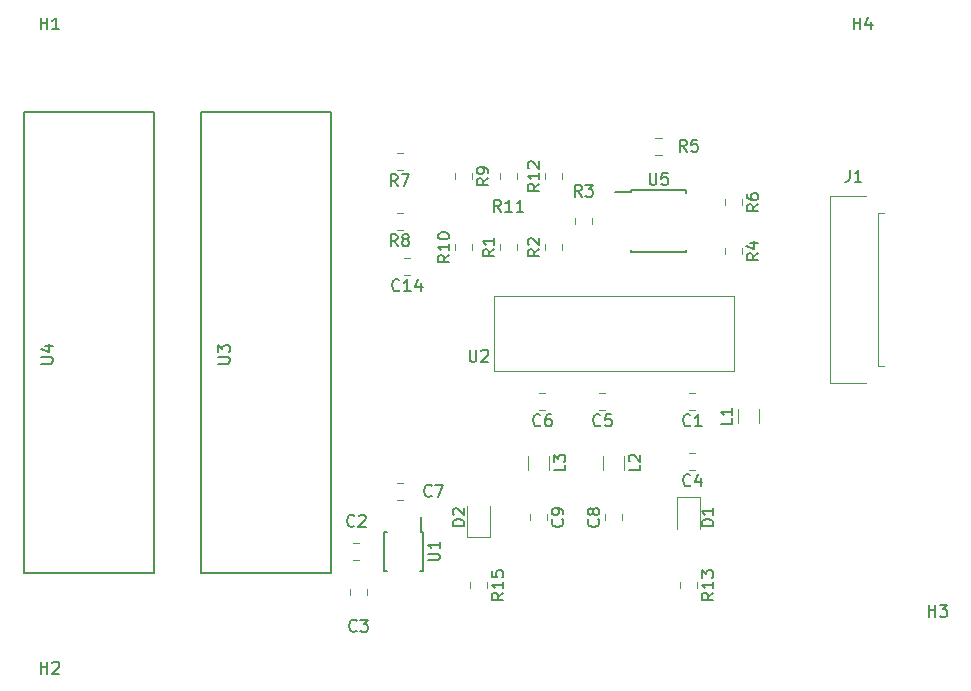
<source format=gbr>
G04 #@! TF.GenerationSoftware,KiCad,Pcbnew,5.1.4-e60b266~84~ubuntu19.04.1*
G04 #@! TF.CreationDate,2019-10-12T12:41:06-05:00*
G04 #@! TF.ProjectId,current sensor board,63757272-656e-4742-9073-656e736f7220,rev?*
G04 #@! TF.SameCoordinates,Original*
G04 #@! TF.FileFunction,Legend,Top*
G04 #@! TF.FilePolarity,Positive*
%FSLAX46Y46*%
G04 Gerber Fmt 4.6, Leading zero omitted, Abs format (unit mm)*
G04 Created by KiCad (PCBNEW 5.1.4-e60b266~84~ubuntu19.04.1) date 2019-10-12 12:41:06*
%MOMM*%
%LPD*%
G04 APERTURE LIST*
%ADD10C,0.150000*%
%ADD11C,0.120000*%
G04 APERTURE END LIST*
D10*
X117245000Y-101195000D02*
X117070000Y-101195000D01*
X117245000Y-104545000D02*
X116995000Y-104545000D01*
X113895000Y-104545000D02*
X114145000Y-104545000D01*
X113895000Y-101195000D02*
X114145000Y-101195000D01*
X117245000Y-101195000D02*
X117245000Y-104545000D01*
X113895000Y-101195000D02*
X113895000Y-104545000D01*
X117070000Y-101195000D02*
X117070000Y-99945000D01*
D11*
X123190000Y-87630000D02*
X123190000Y-81280000D01*
X123190000Y-81280000D02*
X143510000Y-81280000D01*
X143510000Y-81280000D02*
X143510000Y-87630000D01*
X143510000Y-87630000D02*
X123190000Y-87630000D01*
X140291078Y-90880000D02*
X139773922Y-90880000D01*
X140291078Y-89460000D02*
X139773922Y-89460000D01*
X111843078Y-102160000D02*
X111325922Y-102160000D01*
X111843078Y-103580000D02*
X111325922Y-103580000D01*
X111050000Y-106088922D02*
X111050000Y-106606078D01*
X112470000Y-106088922D02*
X112470000Y-106606078D01*
X140291078Y-95960000D02*
X139773922Y-95960000D01*
X140291078Y-94540000D02*
X139773922Y-94540000D01*
X132671078Y-90880000D02*
X132153922Y-90880000D01*
X132671078Y-89460000D02*
X132153922Y-89460000D01*
X127591078Y-89460000D02*
X127073922Y-89460000D01*
X127591078Y-90880000D02*
X127073922Y-90880000D01*
X115496078Y-98500000D02*
X114978922Y-98500000D01*
X115496078Y-97080000D02*
X114978922Y-97080000D01*
X134060000Y-100256078D02*
X134060000Y-99738922D01*
X132640000Y-100256078D02*
X132640000Y-99738922D01*
X126290000Y-99738922D02*
X126290000Y-100256078D01*
X127710000Y-99738922D02*
X127710000Y-100256078D01*
X116131078Y-78030000D02*
X115613922Y-78030000D01*
X116131078Y-79450000D02*
X115613922Y-79450000D01*
X138740000Y-98312500D02*
X138740000Y-100997500D01*
X140660000Y-98312500D02*
X138740000Y-98312500D01*
X140660000Y-100997500D02*
X140660000Y-98312500D01*
X120960000Y-98997500D02*
X120960000Y-101682500D01*
X120960000Y-101682500D02*
X122880000Y-101682500D01*
X122880000Y-101682500D02*
X122880000Y-98997500D01*
X156250000Y-87215000D02*
X156250000Y-87195000D01*
X155750000Y-87215000D02*
X156250000Y-87215000D01*
X155750000Y-74185000D02*
X155750000Y-87215000D01*
X156250000Y-74185000D02*
X155750000Y-74185000D01*
X156250000Y-74205000D02*
X156250000Y-74185000D01*
X151660000Y-88635000D02*
X154735000Y-88635000D01*
X151660000Y-72765000D02*
X151660000Y-88635000D01*
X154735000Y-72765000D02*
X151660000Y-72765000D01*
X145690000Y-92042064D02*
X145690000Y-90837936D01*
X143870000Y-92042064D02*
X143870000Y-90837936D01*
X132440000Y-94777936D02*
X132440000Y-95982064D01*
X134260000Y-94777936D02*
X134260000Y-95982064D01*
X127910000Y-94777936D02*
X127910000Y-95982064D01*
X126090000Y-94777936D02*
X126090000Y-95982064D01*
X123750000Y-77396078D02*
X123750000Y-76878922D01*
X125170000Y-77396078D02*
X125170000Y-76878922D01*
X128980000Y-77396078D02*
X128980000Y-76878922D01*
X127560000Y-77396078D02*
X127560000Y-76878922D01*
X130100000Y-75188578D02*
X130100000Y-74671422D01*
X131520000Y-75188578D02*
X131520000Y-74671422D01*
X144220000Y-77211422D02*
X144220000Y-77728578D01*
X142800000Y-77211422D02*
X142800000Y-77728578D01*
X137418578Y-67870000D02*
X136901422Y-67870000D01*
X137418578Y-69290000D02*
X136901422Y-69290000D01*
X142800000Y-73068922D02*
X142800000Y-73586078D01*
X144220000Y-73068922D02*
X144220000Y-73586078D01*
X115496078Y-69140000D02*
X114978922Y-69140000D01*
X115496078Y-70560000D02*
X114978922Y-70560000D01*
X115496078Y-75640000D02*
X114978922Y-75640000D01*
X115496078Y-74220000D02*
X114978922Y-74220000D01*
X121360000Y-70861422D02*
X121360000Y-71378578D01*
X119940000Y-70861422D02*
X119940000Y-71378578D01*
X121360000Y-77396078D02*
X121360000Y-76878922D01*
X119940000Y-77396078D02*
X119940000Y-76878922D01*
X125170000Y-71378578D02*
X125170000Y-70861422D01*
X123750000Y-71378578D02*
X123750000Y-70861422D01*
X127560000Y-71378578D02*
X127560000Y-70861422D01*
X128980000Y-71378578D02*
X128980000Y-70861422D01*
X138990000Y-105483922D02*
X138990000Y-106001078D01*
X140410000Y-105483922D02*
X140410000Y-106001078D01*
X122630000Y-105483922D02*
X122630000Y-106001078D01*
X121210000Y-105483922D02*
X121210000Y-106001078D01*
D10*
X109410000Y-104716000D02*
X109410000Y-65716000D01*
X98410000Y-104716000D02*
X98410000Y-65716000D01*
X109410000Y-104716000D02*
X98410000Y-104716000D01*
X109410000Y-65716000D02*
X98410000Y-65716000D01*
X94440000Y-65716000D02*
X83440000Y-65716000D01*
X94440000Y-104716000D02*
X83440000Y-104716000D01*
X83440000Y-104716000D02*
X83440000Y-65716000D01*
X94440000Y-104716000D02*
X94440000Y-65716000D01*
X134835000Y-72305000D02*
X134835000Y-72430000D01*
X139485000Y-72305000D02*
X139485000Y-72530000D01*
X139485000Y-77555000D02*
X139485000Y-77330000D01*
X134835000Y-77555000D02*
X134835000Y-77330000D01*
X134835000Y-72305000D02*
X139485000Y-72305000D01*
X134835000Y-77555000D02*
X139485000Y-77555000D01*
X134835000Y-72430000D02*
X133485000Y-72430000D01*
X153670095Y-58682380D02*
X153670095Y-57682380D01*
X153670095Y-58158571D02*
X154241523Y-58158571D01*
X154241523Y-58682380D02*
X154241523Y-57682380D01*
X155146285Y-58015714D02*
X155146285Y-58682380D01*
X154908190Y-57634761D02*
X154670095Y-58349047D01*
X155289142Y-58349047D01*
X160020095Y-108402380D02*
X160020095Y-107402380D01*
X160020095Y-107878571D02*
X160591523Y-107878571D01*
X160591523Y-108402380D02*
X160591523Y-107402380D01*
X160972476Y-107402380D02*
X161591523Y-107402380D01*
X161258190Y-107783333D01*
X161401047Y-107783333D01*
X161496285Y-107830952D01*
X161543904Y-107878571D01*
X161591523Y-107973809D01*
X161591523Y-108211904D01*
X161543904Y-108307142D01*
X161496285Y-108354761D01*
X161401047Y-108402380D01*
X161115333Y-108402380D01*
X161020095Y-108354761D01*
X160972476Y-108307142D01*
X84836095Y-113228380D02*
X84836095Y-112228380D01*
X84836095Y-112704571D02*
X85407523Y-112704571D01*
X85407523Y-113228380D02*
X85407523Y-112228380D01*
X85836095Y-112323619D02*
X85883714Y-112276000D01*
X85978952Y-112228380D01*
X86217047Y-112228380D01*
X86312285Y-112276000D01*
X86359904Y-112323619D01*
X86407523Y-112418857D01*
X86407523Y-112514095D01*
X86359904Y-112656952D01*
X85788476Y-113228380D01*
X86407523Y-113228380D01*
X84836095Y-58682380D02*
X84836095Y-57682380D01*
X84836095Y-58158571D02*
X85407523Y-58158571D01*
X85407523Y-58682380D02*
X85407523Y-57682380D01*
X86407523Y-58682380D02*
X85836095Y-58682380D01*
X86121809Y-58682380D02*
X86121809Y-57682380D01*
X86026571Y-57825238D01*
X85931333Y-57920476D01*
X85836095Y-57968095D01*
X117622380Y-103631904D02*
X118431904Y-103631904D01*
X118527142Y-103584285D01*
X118574761Y-103536666D01*
X118622380Y-103441428D01*
X118622380Y-103250952D01*
X118574761Y-103155714D01*
X118527142Y-103108095D01*
X118431904Y-103060476D01*
X117622380Y-103060476D01*
X118622380Y-102060476D02*
X118622380Y-102631904D01*
X118622380Y-102346190D02*
X117622380Y-102346190D01*
X117765238Y-102441428D01*
X117860476Y-102536666D01*
X117908095Y-102631904D01*
X121158095Y-85812380D02*
X121158095Y-86621904D01*
X121205714Y-86717142D01*
X121253333Y-86764761D01*
X121348571Y-86812380D01*
X121539047Y-86812380D01*
X121634285Y-86764761D01*
X121681904Y-86717142D01*
X121729523Y-86621904D01*
X121729523Y-85812380D01*
X122158095Y-85907619D02*
X122205714Y-85860000D01*
X122300952Y-85812380D01*
X122539047Y-85812380D01*
X122634285Y-85860000D01*
X122681904Y-85907619D01*
X122729523Y-86002857D01*
X122729523Y-86098095D01*
X122681904Y-86240952D01*
X122110476Y-86812380D01*
X122729523Y-86812380D01*
X139865833Y-92177142D02*
X139818214Y-92224761D01*
X139675357Y-92272380D01*
X139580119Y-92272380D01*
X139437261Y-92224761D01*
X139342023Y-92129523D01*
X139294404Y-92034285D01*
X139246785Y-91843809D01*
X139246785Y-91700952D01*
X139294404Y-91510476D01*
X139342023Y-91415238D01*
X139437261Y-91320000D01*
X139580119Y-91272380D01*
X139675357Y-91272380D01*
X139818214Y-91320000D01*
X139865833Y-91367619D01*
X140818214Y-92272380D02*
X140246785Y-92272380D01*
X140532500Y-92272380D02*
X140532500Y-91272380D01*
X140437261Y-91415238D01*
X140342023Y-91510476D01*
X140246785Y-91558095D01*
X111417833Y-100687142D02*
X111370214Y-100734761D01*
X111227357Y-100782380D01*
X111132119Y-100782380D01*
X110989261Y-100734761D01*
X110894023Y-100639523D01*
X110846404Y-100544285D01*
X110798785Y-100353809D01*
X110798785Y-100210952D01*
X110846404Y-100020476D01*
X110894023Y-99925238D01*
X110989261Y-99830000D01*
X111132119Y-99782380D01*
X111227357Y-99782380D01*
X111370214Y-99830000D01*
X111417833Y-99877619D01*
X111798785Y-99877619D02*
X111846404Y-99830000D01*
X111941642Y-99782380D01*
X112179738Y-99782380D01*
X112274976Y-99830000D01*
X112322595Y-99877619D01*
X112370214Y-99972857D01*
X112370214Y-100068095D01*
X112322595Y-100210952D01*
X111751166Y-100782380D01*
X112370214Y-100782380D01*
X111593333Y-109577142D02*
X111545714Y-109624761D01*
X111402857Y-109672380D01*
X111307619Y-109672380D01*
X111164761Y-109624761D01*
X111069523Y-109529523D01*
X111021904Y-109434285D01*
X110974285Y-109243809D01*
X110974285Y-109100952D01*
X111021904Y-108910476D01*
X111069523Y-108815238D01*
X111164761Y-108720000D01*
X111307619Y-108672380D01*
X111402857Y-108672380D01*
X111545714Y-108720000D01*
X111593333Y-108767619D01*
X111926666Y-108672380D02*
X112545714Y-108672380D01*
X112212380Y-109053333D01*
X112355238Y-109053333D01*
X112450476Y-109100952D01*
X112498095Y-109148571D01*
X112545714Y-109243809D01*
X112545714Y-109481904D01*
X112498095Y-109577142D01*
X112450476Y-109624761D01*
X112355238Y-109672380D01*
X112069523Y-109672380D01*
X111974285Y-109624761D01*
X111926666Y-109577142D01*
X139865833Y-97257142D02*
X139818214Y-97304761D01*
X139675357Y-97352380D01*
X139580119Y-97352380D01*
X139437261Y-97304761D01*
X139342023Y-97209523D01*
X139294404Y-97114285D01*
X139246785Y-96923809D01*
X139246785Y-96780952D01*
X139294404Y-96590476D01*
X139342023Y-96495238D01*
X139437261Y-96400000D01*
X139580119Y-96352380D01*
X139675357Y-96352380D01*
X139818214Y-96400000D01*
X139865833Y-96447619D01*
X140722976Y-96685714D02*
X140722976Y-97352380D01*
X140484880Y-96304761D02*
X140246785Y-97019047D01*
X140865833Y-97019047D01*
X132245833Y-92177142D02*
X132198214Y-92224761D01*
X132055357Y-92272380D01*
X131960119Y-92272380D01*
X131817261Y-92224761D01*
X131722023Y-92129523D01*
X131674404Y-92034285D01*
X131626785Y-91843809D01*
X131626785Y-91700952D01*
X131674404Y-91510476D01*
X131722023Y-91415238D01*
X131817261Y-91320000D01*
X131960119Y-91272380D01*
X132055357Y-91272380D01*
X132198214Y-91320000D01*
X132245833Y-91367619D01*
X133150595Y-91272380D02*
X132674404Y-91272380D01*
X132626785Y-91748571D01*
X132674404Y-91700952D01*
X132769642Y-91653333D01*
X133007738Y-91653333D01*
X133102976Y-91700952D01*
X133150595Y-91748571D01*
X133198214Y-91843809D01*
X133198214Y-92081904D01*
X133150595Y-92177142D01*
X133102976Y-92224761D01*
X133007738Y-92272380D01*
X132769642Y-92272380D01*
X132674404Y-92224761D01*
X132626785Y-92177142D01*
X127165833Y-92177142D02*
X127118214Y-92224761D01*
X126975357Y-92272380D01*
X126880119Y-92272380D01*
X126737261Y-92224761D01*
X126642023Y-92129523D01*
X126594404Y-92034285D01*
X126546785Y-91843809D01*
X126546785Y-91700952D01*
X126594404Y-91510476D01*
X126642023Y-91415238D01*
X126737261Y-91320000D01*
X126880119Y-91272380D01*
X126975357Y-91272380D01*
X127118214Y-91320000D01*
X127165833Y-91367619D01*
X128022976Y-91272380D02*
X127832500Y-91272380D01*
X127737261Y-91320000D01*
X127689642Y-91367619D01*
X127594404Y-91510476D01*
X127546785Y-91700952D01*
X127546785Y-92081904D01*
X127594404Y-92177142D01*
X127642023Y-92224761D01*
X127737261Y-92272380D01*
X127927738Y-92272380D01*
X128022976Y-92224761D01*
X128070595Y-92177142D01*
X128118214Y-92081904D01*
X128118214Y-91843809D01*
X128070595Y-91748571D01*
X128022976Y-91700952D01*
X127927738Y-91653333D01*
X127737261Y-91653333D01*
X127642023Y-91700952D01*
X127594404Y-91748571D01*
X127546785Y-91843809D01*
X117943333Y-98147142D02*
X117895714Y-98194761D01*
X117752857Y-98242380D01*
X117657619Y-98242380D01*
X117514761Y-98194761D01*
X117419523Y-98099523D01*
X117371904Y-98004285D01*
X117324285Y-97813809D01*
X117324285Y-97670952D01*
X117371904Y-97480476D01*
X117419523Y-97385238D01*
X117514761Y-97290000D01*
X117657619Y-97242380D01*
X117752857Y-97242380D01*
X117895714Y-97290000D01*
X117943333Y-97337619D01*
X118276666Y-97242380D02*
X118943333Y-97242380D01*
X118514761Y-98242380D01*
X132057142Y-100164166D02*
X132104761Y-100211785D01*
X132152380Y-100354642D01*
X132152380Y-100449880D01*
X132104761Y-100592738D01*
X132009523Y-100687976D01*
X131914285Y-100735595D01*
X131723809Y-100783214D01*
X131580952Y-100783214D01*
X131390476Y-100735595D01*
X131295238Y-100687976D01*
X131200000Y-100592738D01*
X131152380Y-100449880D01*
X131152380Y-100354642D01*
X131200000Y-100211785D01*
X131247619Y-100164166D01*
X131580952Y-99592738D02*
X131533333Y-99687976D01*
X131485714Y-99735595D01*
X131390476Y-99783214D01*
X131342857Y-99783214D01*
X131247619Y-99735595D01*
X131200000Y-99687976D01*
X131152380Y-99592738D01*
X131152380Y-99402261D01*
X131200000Y-99307023D01*
X131247619Y-99259404D01*
X131342857Y-99211785D01*
X131390476Y-99211785D01*
X131485714Y-99259404D01*
X131533333Y-99307023D01*
X131580952Y-99402261D01*
X131580952Y-99592738D01*
X131628571Y-99687976D01*
X131676190Y-99735595D01*
X131771428Y-99783214D01*
X131961904Y-99783214D01*
X132057142Y-99735595D01*
X132104761Y-99687976D01*
X132152380Y-99592738D01*
X132152380Y-99402261D01*
X132104761Y-99307023D01*
X132057142Y-99259404D01*
X131961904Y-99211785D01*
X131771428Y-99211785D01*
X131676190Y-99259404D01*
X131628571Y-99307023D01*
X131580952Y-99402261D01*
X129007142Y-100164166D02*
X129054761Y-100211785D01*
X129102380Y-100354642D01*
X129102380Y-100449880D01*
X129054761Y-100592738D01*
X128959523Y-100687976D01*
X128864285Y-100735595D01*
X128673809Y-100783214D01*
X128530952Y-100783214D01*
X128340476Y-100735595D01*
X128245238Y-100687976D01*
X128150000Y-100592738D01*
X128102380Y-100449880D01*
X128102380Y-100354642D01*
X128150000Y-100211785D01*
X128197619Y-100164166D01*
X129102380Y-99687976D02*
X129102380Y-99497500D01*
X129054761Y-99402261D01*
X129007142Y-99354642D01*
X128864285Y-99259404D01*
X128673809Y-99211785D01*
X128292857Y-99211785D01*
X128197619Y-99259404D01*
X128150000Y-99307023D01*
X128102380Y-99402261D01*
X128102380Y-99592738D01*
X128150000Y-99687976D01*
X128197619Y-99735595D01*
X128292857Y-99783214D01*
X128530952Y-99783214D01*
X128626190Y-99735595D01*
X128673809Y-99687976D01*
X128721428Y-99592738D01*
X128721428Y-99402261D01*
X128673809Y-99307023D01*
X128626190Y-99259404D01*
X128530952Y-99211785D01*
X115229642Y-80747142D02*
X115182023Y-80794761D01*
X115039166Y-80842380D01*
X114943928Y-80842380D01*
X114801071Y-80794761D01*
X114705833Y-80699523D01*
X114658214Y-80604285D01*
X114610595Y-80413809D01*
X114610595Y-80270952D01*
X114658214Y-80080476D01*
X114705833Y-79985238D01*
X114801071Y-79890000D01*
X114943928Y-79842380D01*
X115039166Y-79842380D01*
X115182023Y-79890000D01*
X115229642Y-79937619D01*
X116182023Y-80842380D02*
X115610595Y-80842380D01*
X115896309Y-80842380D02*
X115896309Y-79842380D01*
X115801071Y-79985238D01*
X115705833Y-80080476D01*
X115610595Y-80128095D01*
X117039166Y-80175714D02*
X117039166Y-80842380D01*
X116801071Y-79794761D02*
X116562976Y-80509047D01*
X117182023Y-80509047D01*
X141802380Y-100735595D02*
X140802380Y-100735595D01*
X140802380Y-100497500D01*
X140850000Y-100354642D01*
X140945238Y-100259404D01*
X141040476Y-100211785D01*
X141230952Y-100164166D01*
X141373809Y-100164166D01*
X141564285Y-100211785D01*
X141659523Y-100259404D01*
X141754761Y-100354642D01*
X141802380Y-100497500D01*
X141802380Y-100735595D01*
X141802380Y-99211785D02*
X141802380Y-99783214D01*
X141802380Y-99497500D02*
X140802380Y-99497500D01*
X140945238Y-99592738D01*
X141040476Y-99687976D01*
X141088095Y-99783214D01*
X120722380Y-100735595D02*
X119722380Y-100735595D01*
X119722380Y-100497500D01*
X119770000Y-100354642D01*
X119865238Y-100259404D01*
X119960476Y-100211785D01*
X120150952Y-100164166D01*
X120293809Y-100164166D01*
X120484285Y-100211785D01*
X120579523Y-100259404D01*
X120674761Y-100354642D01*
X120722380Y-100497500D01*
X120722380Y-100735595D01*
X119817619Y-99783214D02*
X119770000Y-99735595D01*
X119722380Y-99640357D01*
X119722380Y-99402261D01*
X119770000Y-99307023D01*
X119817619Y-99259404D01*
X119912857Y-99211785D01*
X120008095Y-99211785D01*
X120150952Y-99259404D01*
X120722380Y-99830833D01*
X120722380Y-99211785D01*
X153336666Y-70572380D02*
X153336666Y-71286666D01*
X153289047Y-71429523D01*
X153193809Y-71524761D01*
X153050952Y-71572380D01*
X152955714Y-71572380D01*
X154336666Y-71572380D02*
X153765238Y-71572380D01*
X154050952Y-71572380D02*
X154050952Y-70572380D01*
X153955714Y-70715238D01*
X153860476Y-70810476D01*
X153765238Y-70858095D01*
X143412380Y-91606666D02*
X143412380Y-92082857D01*
X142412380Y-92082857D01*
X143412380Y-90749523D02*
X143412380Y-91320952D01*
X143412380Y-91035238D02*
X142412380Y-91035238D01*
X142555238Y-91130476D01*
X142650476Y-91225714D01*
X142698095Y-91320952D01*
X135622380Y-95546666D02*
X135622380Y-96022857D01*
X134622380Y-96022857D01*
X134717619Y-95260952D02*
X134670000Y-95213333D01*
X134622380Y-95118095D01*
X134622380Y-94880000D01*
X134670000Y-94784761D01*
X134717619Y-94737142D01*
X134812857Y-94689523D01*
X134908095Y-94689523D01*
X135050952Y-94737142D01*
X135622380Y-95308571D01*
X135622380Y-94689523D01*
X129272380Y-95546666D02*
X129272380Y-96022857D01*
X128272380Y-96022857D01*
X128272380Y-95308571D02*
X128272380Y-94689523D01*
X128653333Y-95022857D01*
X128653333Y-94880000D01*
X128700952Y-94784761D01*
X128748571Y-94737142D01*
X128843809Y-94689523D01*
X129081904Y-94689523D01*
X129177142Y-94737142D01*
X129224761Y-94784761D01*
X129272380Y-94880000D01*
X129272380Y-95165714D01*
X129224761Y-95260952D01*
X129177142Y-95308571D01*
X123262380Y-77304166D02*
X122786190Y-77637500D01*
X123262380Y-77875595D02*
X122262380Y-77875595D01*
X122262380Y-77494642D01*
X122310000Y-77399404D01*
X122357619Y-77351785D01*
X122452857Y-77304166D01*
X122595714Y-77304166D01*
X122690952Y-77351785D01*
X122738571Y-77399404D01*
X122786190Y-77494642D01*
X122786190Y-77875595D01*
X123262380Y-76351785D02*
X123262380Y-76923214D01*
X123262380Y-76637500D02*
X122262380Y-76637500D01*
X122405238Y-76732738D01*
X122500476Y-76827976D01*
X122548095Y-76923214D01*
X127072380Y-77304166D02*
X126596190Y-77637500D01*
X127072380Y-77875595D02*
X126072380Y-77875595D01*
X126072380Y-77494642D01*
X126120000Y-77399404D01*
X126167619Y-77351785D01*
X126262857Y-77304166D01*
X126405714Y-77304166D01*
X126500952Y-77351785D01*
X126548571Y-77399404D01*
X126596190Y-77494642D01*
X126596190Y-77875595D01*
X126167619Y-76923214D02*
X126120000Y-76875595D01*
X126072380Y-76780357D01*
X126072380Y-76542261D01*
X126120000Y-76447023D01*
X126167619Y-76399404D01*
X126262857Y-76351785D01*
X126358095Y-76351785D01*
X126500952Y-76399404D01*
X127072380Y-76970833D01*
X127072380Y-76351785D01*
X130643333Y-72842380D02*
X130310000Y-72366190D01*
X130071904Y-72842380D02*
X130071904Y-71842380D01*
X130452857Y-71842380D01*
X130548095Y-71890000D01*
X130595714Y-71937619D01*
X130643333Y-72032857D01*
X130643333Y-72175714D01*
X130595714Y-72270952D01*
X130548095Y-72318571D01*
X130452857Y-72366190D01*
X130071904Y-72366190D01*
X130976666Y-71842380D02*
X131595714Y-71842380D01*
X131262380Y-72223333D01*
X131405238Y-72223333D01*
X131500476Y-72270952D01*
X131548095Y-72318571D01*
X131595714Y-72413809D01*
X131595714Y-72651904D01*
X131548095Y-72747142D01*
X131500476Y-72794761D01*
X131405238Y-72842380D01*
X131119523Y-72842380D01*
X131024285Y-72794761D01*
X130976666Y-72747142D01*
X145612380Y-77636666D02*
X145136190Y-77970000D01*
X145612380Y-78208095D02*
X144612380Y-78208095D01*
X144612380Y-77827142D01*
X144660000Y-77731904D01*
X144707619Y-77684285D01*
X144802857Y-77636666D01*
X144945714Y-77636666D01*
X145040952Y-77684285D01*
X145088571Y-77731904D01*
X145136190Y-77827142D01*
X145136190Y-78208095D01*
X144945714Y-76779523D02*
X145612380Y-76779523D01*
X144564761Y-77017619D02*
X145279047Y-77255714D01*
X145279047Y-76636666D01*
X139533333Y-69032380D02*
X139200000Y-68556190D01*
X138961904Y-69032380D02*
X138961904Y-68032380D01*
X139342857Y-68032380D01*
X139438095Y-68080000D01*
X139485714Y-68127619D01*
X139533333Y-68222857D01*
X139533333Y-68365714D01*
X139485714Y-68460952D01*
X139438095Y-68508571D01*
X139342857Y-68556190D01*
X138961904Y-68556190D01*
X140438095Y-68032380D02*
X139961904Y-68032380D01*
X139914285Y-68508571D01*
X139961904Y-68460952D01*
X140057142Y-68413333D01*
X140295238Y-68413333D01*
X140390476Y-68460952D01*
X140438095Y-68508571D01*
X140485714Y-68603809D01*
X140485714Y-68841904D01*
X140438095Y-68937142D01*
X140390476Y-68984761D01*
X140295238Y-69032380D01*
X140057142Y-69032380D01*
X139961904Y-68984761D01*
X139914285Y-68937142D01*
X145612380Y-73494166D02*
X145136190Y-73827500D01*
X145612380Y-74065595D02*
X144612380Y-74065595D01*
X144612380Y-73684642D01*
X144660000Y-73589404D01*
X144707619Y-73541785D01*
X144802857Y-73494166D01*
X144945714Y-73494166D01*
X145040952Y-73541785D01*
X145088571Y-73589404D01*
X145136190Y-73684642D01*
X145136190Y-74065595D01*
X144612380Y-72637023D02*
X144612380Y-72827500D01*
X144660000Y-72922738D01*
X144707619Y-72970357D01*
X144850476Y-73065595D01*
X145040952Y-73113214D01*
X145421904Y-73113214D01*
X145517142Y-73065595D01*
X145564761Y-73017976D01*
X145612380Y-72922738D01*
X145612380Y-72732261D01*
X145564761Y-72637023D01*
X145517142Y-72589404D01*
X145421904Y-72541785D01*
X145183809Y-72541785D01*
X145088571Y-72589404D01*
X145040952Y-72637023D01*
X144993333Y-72732261D01*
X144993333Y-72922738D01*
X145040952Y-73017976D01*
X145088571Y-73065595D01*
X145183809Y-73113214D01*
X115070833Y-71952380D02*
X114737500Y-71476190D01*
X114499404Y-71952380D02*
X114499404Y-70952380D01*
X114880357Y-70952380D01*
X114975595Y-71000000D01*
X115023214Y-71047619D01*
X115070833Y-71142857D01*
X115070833Y-71285714D01*
X115023214Y-71380952D01*
X114975595Y-71428571D01*
X114880357Y-71476190D01*
X114499404Y-71476190D01*
X115404166Y-70952380D02*
X116070833Y-70952380D01*
X115642261Y-71952380D01*
X115070833Y-77032380D02*
X114737500Y-76556190D01*
X114499404Y-77032380D02*
X114499404Y-76032380D01*
X114880357Y-76032380D01*
X114975595Y-76080000D01*
X115023214Y-76127619D01*
X115070833Y-76222857D01*
X115070833Y-76365714D01*
X115023214Y-76460952D01*
X114975595Y-76508571D01*
X114880357Y-76556190D01*
X114499404Y-76556190D01*
X115642261Y-76460952D02*
X115547023Y-76413333D01*
X115499404Y-76365714D01*
X115451785Y-76270476D01*
X115451785Y-76222857D01*
X115499404Y-76127619D01*
X115547023Y-76080000D01*
X115642261Y-76032380D01*
X115832738Y-76032380D01*
X115927976Y-76080000D01*
X115975595Y-76127619D01*
X116023214Y-76222857D01*
X116023214Y-76270476D01*
X115975595Y-76365714D01*
X115927976Y-76413333D01*
X115832738Y-76460952D01*
X115642261Y-76460952D01*
X115547023Y-76508571D01*
X115499404Y-76556190D01*
X115451785Y-76651428D01*
X115451785Y-76841904D01*
X115499404Y-76937142D01*
X115547023Y-76984761D01*
X115642261Y-77032380D01*
X115832738Y-77032380D01*
X115927976Y-76984761D01*
X115975595Y-76937142D01*
X116023214Y-76841904D01*
X116023214Y-76651428D01*
X115975595Y-76556190D01*
X115927976Y-76508571D01*
X115832738Y-76460952D01*
X122752380Y-71286666D02*
X122276190Y-71620000D01*
X122752380Y-71858095D02*
X121752380Y-71858095D01*
X121752380Y-71477142D01*
X121800000Y-71381904D01*
X121847619Y-71334285D01*
X121942857Y-71286666D01*
X122085714Y-71286666D01*
X122180952Y-71334285D01*
X122228571Y-71381904D01*
X122276190Y-71477142D01*
X122276190Y-71858095D01*
X122752380Y-70810476D02*
X122752380Y-70620000D01*
X122704761Y-70524761D01*
X122657142Y-70477142D01*
X122514285Y-70381904D01*
X122323809Y-70334285D01*
X121942857Y-70334285D01*
X121847619Y-70381904D01*
X121800000Y-70429523D01*
X121752380Y-70524761D01*
X121752380Y-70715238D01*
X121800000Y-70810476D01*
X121847619Y-70858095D01*
X121942857Y-70905714D01*
X122180952Y-70905714D01*
X122276190Y-70858095D01*
X122323809Y-70810476D01*
X122371428Y-70715238D01*
X122371428Y-70524761D01*
X122323809Y-70429523D01*
X122276190Y-70381904D01*
X122180952Y-70334285D01*
X119452380Y-77780357D02*
X118976190Y-78113690D01*
X119452380Y-78351785D02*
X118452380Y-78351785D01*
X118452380Y-77970833D01*
X118500000Y-77875595D01*
X118547619Y-77827976D01*
X118642857Y-77780357D01*
X118785714Y-77780357D01*
X118880952Y-77827976D01*
X118928571Y-77875595D01*
X118976190Y-77970833D01*
X118976190Y-78351785D01*
X119452380Y-76827976D02*
X119452380Y-77399404D01*
X119452380Y-77113690D02*
X118452380Y-77113690D01*
X118595238Y-77208928D01*
X118690476Y-77304166D01*
X118738095Y-77399404D01*
X118452380Y-76208928D02*
X118452380Y-76113690D01*
X118500000Y-76018452D01*
X118547619Y-75970833D01*
X118642857Y-75923214D01*
X118833333Y-75875595D01*
X119071428Y-75875595D01*
X119261904Y-75923214D01*
X119357142Y-75970833D01*
X119404761Y-76018452D01*
X119452380Y-76113690D01*
X119452380Y-76208928D01*
X119404761Y-76304166D01*
X119357142Y-76351785D01*
X119261904Y-76399404D01*
X119071428Y-76447023D01*
X118833333Y-76447023D01*
X118642857Y-76399404D01*
X118547619Y-76351785D01*
X118500000Y-76304166D01*
X118452380Y-76208928D01*
X123817142Y-74112380D02*
X123483809Y-73636190D01*
X123245714Y-74112380D02*
X123245714Y-73112380D01*
X123626666Y-73112380D01*
X123721904Y-73160000D01*
X123769523Y-73207619D01*
X123817142Y-73302857D01*
X123817142Y-73445714D01*
X123769523Y-73540952D01*
X123721904Y-73588571D01*
X123626666Y-73636190D01*
X123245714Y-73636190D01*
X124769523Y-74112380D02*
X124198095Y-74112380D01*
X124483809Y-74112380D02*
X124483809Y-73112380D01*
X124388571Y-73255238D01*
X124293333Y-73350476D01*
X124198095Y-73398095D01*
X125721904Y-74112380D02*
X125150476Y-74112380D01*
X125436190Y-74112380D02*
X125436190Y-73112380D01*
X125340952Y-73255238D01*
X125245714Y-73350476D01*
X125150476Y-73398095D01*
X127072380Y-71762857D02*
X126596190Y-72096190D01*
X127072380Y-72334285D02*
X126072380Y-72334285D01*
X126072380Y-71953333D01*
X126120000Y-71858095D01*
X126167619Y-71810476D01*
X126262857Y-71762857D01*
X126405714Y-71762857D01*
X126500952Y-71810476D01*
X126548571Y-71858095D01*
X126596190Y-71953333D01*
X126596190Y-72334285D01*
X127072380Y-70810476D02*
X127072380Y-71381904D01*
X127072380Y-71096190D02*
X126072380Y-71096190D01*
X126215238Y-71191428D01*
X126310476Y-71286666D01*
X126358095Y-71381904D01*
X126167619Y-70429523D02*
X126120000Y-70381904D01*
X126072380Y-70286666D01*
X126072380Y-70048571D01*
X126120000Y-69953333D01*
X126167619Y-69905714D01*
X126262857Y-69858095D01*
X126358095Y-69858095D01*
X126500952Y-69905714D01*
X127072380Y-70477142D01*
X127072380Y-69858095D01*
X141802380Y-106385357D02*
X141326190Y-106718690D01*
X141802380Y-106956785D02*
X140802380Y-106956785D01*
X140802380Y-106575833D01*
X140850000Y-106480595D01*
X140897619Y-106432976D01*
X140992857Y-106385357D01*
X141135714Y-106385357D01*
X141230952Y-106432976D01*
X141278571Y-106480595D01*
X141326190Y-106575833D01*
X141326190Y-106956785D01*
X141802380Y-105432976D02*
X141802380Y-106004404D01*
X141802380Y-105718690D02*
X140802380Y-105718690D01*
X140945238Y-105813928D01*
X141040476Y-105909166D01*
X141088095Y-106004404D01*
X140802380Y-105099642D02*
X140802380Y-104480595D01*
X141183333Y-104813928D01*
X141183333Y-104671071D01*
X141230952Y-104575833D01*
X141278571Y-104528214D01*
X141373809Y-104480595D01*
X141611904Y-104480595D01*
X141707142Y-104528214D01*
X141754761Y-104575833D01*
X141802380Y-104671071D01*
X141802380Y-104956785D01*
X141754761Y-105052023D01*
X141707142Y-105099642D01*
X124022380Y-106385357D02*
X123546190Y-106718690D01*
X124022380Y-106956785D02*
X123022380Y-106956785D01*
X123022380Y-106575833D01*
X123070000Y-106480595D01*
X123117619Y-106432976D01*
X123212857Y-106385357D01*
X123355714Y-106385357D01*
X123450952Y-106432976D01*
X123498571Y-106480595D01*
X123546190Y-106575833D01*
X123546190Y-106956785D01*
X124022380Y-105432976D02*
X124022380Y-106004404D01*
X124022380Y-105718690D02*
X123022380Y-105718690D01*
X123165238Y-105813928D01*
X123260476Y-105909166D01*
X123308095Y-106004404D01*
X123022380Y-104528214D02*
X123022380Y-105004404D01*
X123498571Y-105052023D01*
X123450952Y-105004404D01*
X123403333Y-104909166D01*
X123403333Y-104671071D01*
X123450952Y-104575833D01*
X123498571Y-104528214D01*
X123593809Y-104480595D01*
X123831904Y-104480595D01*
X123927142Y-104528214D01*
X123974761Y-104575833D01*
X124022380Y-104671071D01*
X124022380Y-104909166D01*
X123974761Y-105004404D01*
X123927142Y-105052023D01*
X99862380Y-86977904D02*
X100671904Y-86977904D01*
X100767142Y-86930285D01*
X100814761Y-86882666D01*
X100862380Y-86787428D01*
X100862380Y-86596952D01*
X100814761Y-86501714D01*
X100767142Y-86454095D01*
X100671904Y-86406476D01*
X99862380Y-86406476D01*
X99862380Y-86025523D02*
X99862380Y-85406476D01*
X100243333Y-85739809D01*
X100243333Y-85596952D01*
X100290952Y-85501714D01*
X100338571Y-85454095D01*
X100433809Y-85406476D01*
X100671904Y-85406476D01*
X100767142Y-85454095D01*
X100814761Y-85501714D01*
X100862380Y-85596952D01*
X100862380Y-85882666D01*
X100814761Y-85977904D01*
X100767142Y-86025523D01*
X84892380Y-86977904D02*
X85701904Y-86977904D01*
X85797142Y-86930285D01*
X85844761Y-86882666D01*
X85892380Y-86787428D01*
X85892380Y-86596952D01*
X85844761Y-86501714D01*
X85797142Y-86454095D01*
X85701904Y-86406476D01*
X84892380Y-86406476D01*
X85225714Y-85501714D02*
X85892380Y-85501714D01*
X84844761Y-85739809D02*
X85559047Y-85977904D01*
X85559047Y-85358857D01*
X136398095Y-70832380D02*
X136398095Y-71641904D01*
X136445714Y-71737142D01*
X136493333Y-71784761D01*
X136588571Y-71832380D01*
X136779047Y-71832380D01*
X136874285Y-71784761D01*
X136921904Y-71737142D01*
X136969523Y-71641904D01*
X136969523Y-70832380D01*
X137921904Y-70832380D02*
X137445714Y-70832380D01*
X137398095Y-71308571D01*
X137445714Y-71260952D01*
X137540952Y-71213333D01*
X137779047Y-71213333D01*
X137874285Y-71260952D01*
X137921904Y-71308571D01*
X137969523Y-71403809D01*
X137969523Y-71641904D01*
X137921904Y-71737142D01*
X137874285Y-71784761D01*
X137779047Y-71832380D01*
X137540952Y-71832380D01*
X137445714Y-71784761D01*
X137398095Y-71737142D01*
M02*

</source>
